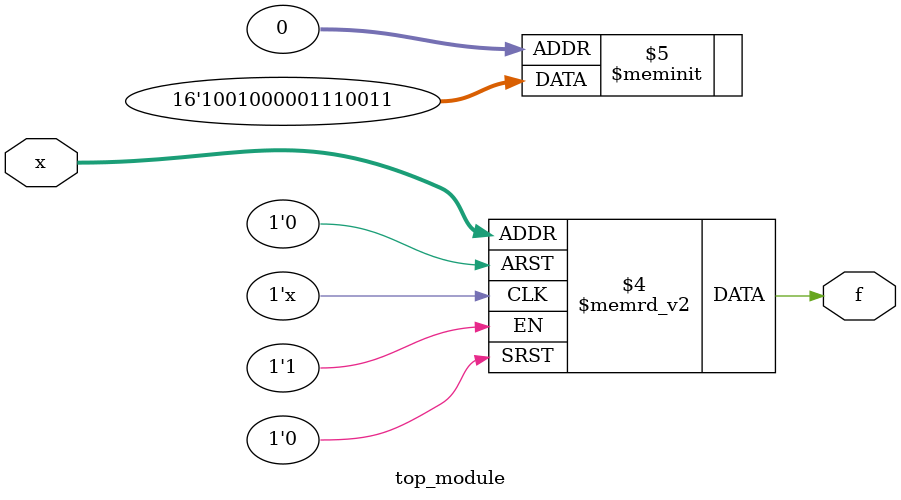
<source format=sv>
module top_module (
	input [4:1] x,
	output logic f
);

	always_comb begin
		case(x)
			4'h0, 4'h1, 4'h4, 4'h5, 4'h6: f = 1;
			4'h2, 4'h3, 4'h7, 4'h8, 4'h9, 4'ha, 4'hb, 4'hd, 4'he: f = 0;
			4'hc, 4'hf: f = 1;
		endcase
	end

endmodule

</source>
